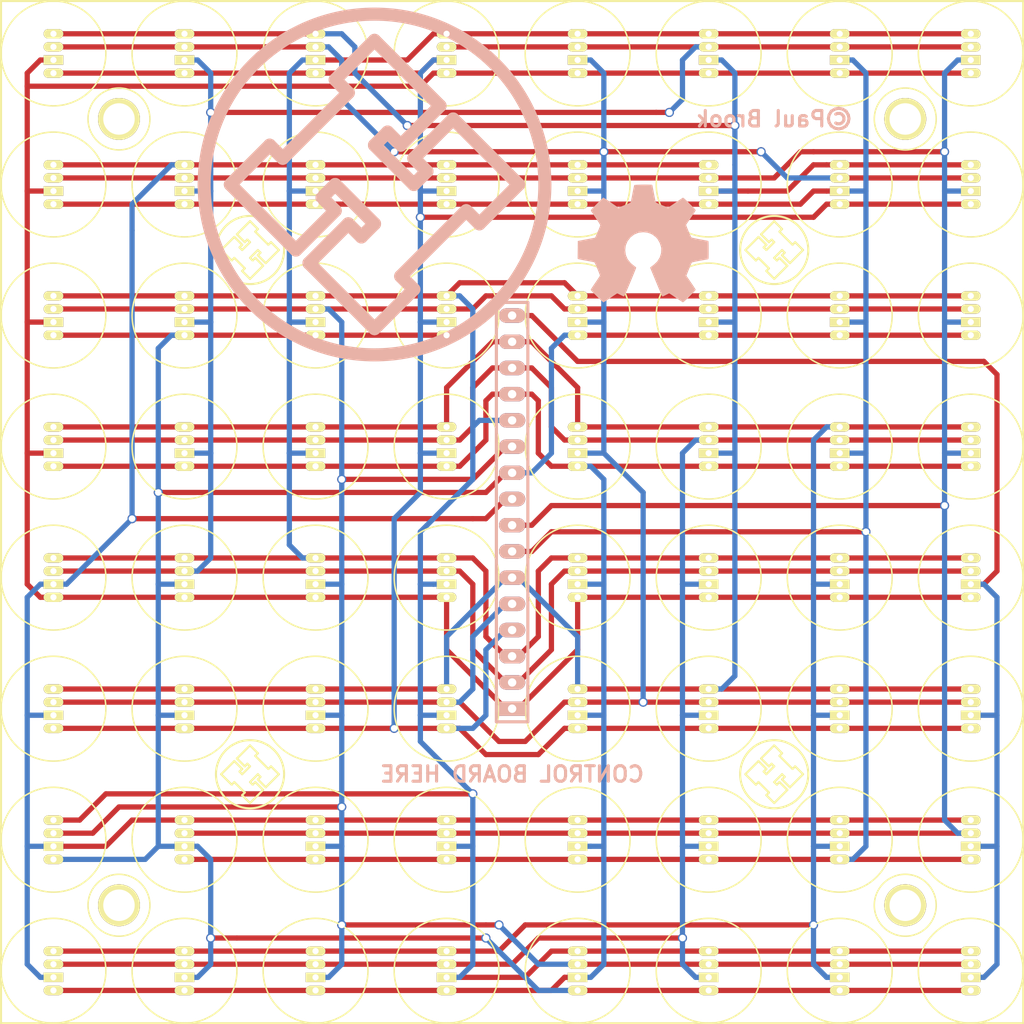
<source format=kicad_pcb>
(kicad_pcb (version 20221018) (generator pcbnew)
  (layers (0 "F.Cu" signal) (31 "B.Cu" signal) (34 "B.Paste" user) (35 "F.Paste" user) (36 "B.SilkS" user) (37 "F.SilkS" user) (38 "B.Mask" user) (39 "F.Mask" user) (44 "Edge.Cuts" user))
  (net 0 "")
  (net 1 "/A")
  (net 2 "/B")
  (net 3 "/C")
  (net 4 "/D")
  (net 5 "/E")
  (net 6 "/F")
  (net 7 "/G")
  (net 8 "/H")
  (net 9 "/J")
  (net 10 "/K")
  (net 11 "/M")
  (net 12 "/N")
  (net 13 "/P")
  (net 14 "/Q")
  (net 15 "/R")
  (net 16 "/S")
  (footprint "RGB_LED_10_S" (layer "F.Cu") (at 31.75 31.75 90)
    (fp_text reference "D1" hide)
    (fp_text value "RGBLED" hide)
  )
  (footprint "RGB_LED_10_S" (layer "F.Cu") (at 31.75 44.45 90)
    (fp_text reference "D2" hide)
    (fp_text value "RGBLED" hide)
  )
  (footprint "RGB_LED_10_S" (layer "F.Cu") (at 31.75 57.15 90)
    (fp_text reference "D3" hide)
    (fp_text value "RGBLED" hide)
  )
  (footprint "RGB_LED_10_S" (layer "F.Cu") (at 31.75 69.85 90)
    (fp_text reference "D4" hide)
    (fp_text value "RGBLED" hide)
  )
  (footprint "RGB_LED_10_S" (layer "F.Cu") (at 31.75 82.55 90)
    (fp_text reference "D5" hide)
    (fp_text value "RGBLED" hide)
  )
  (footprint "RGB_LED_10_S" (layer "F.Cu") (at 31.75 95.25 90)
    (fp_text reference "D6" hide)
    (fp_text value "RGBLED" hide)
  )
  (footprint "RGB_LED_10_S" (layer "F.Cu") (at 31.75 107.95 90)
    (fp_text reference "D7" hide)
    (fp_text value "RGBLED" hide)
  )
  (footprint "RGB_LED_10_S" (layer "F.Cu") (at 31.75 120.65 90)
    (fp_text reference "D8" hide)
    (fp_text value "RGBLED" hide)
  )
  (footprint "RGB_LED_10_S" (layer "F.Cu") (at 44.45 31.75 90)
    (fp_text reference "D9" hide)
    (fp_text value "RGBLED" hide)
  )
  (footprint "RGB_LED_10_S" (layer "F.Cu") (at 44.45 44.45 90)
    (fp_text reference "D10" hide)
    (fp_text value "RGBLED" hide)
  )
  (footprint "RGB_LED_10_S" (layer "F.Cu") (at 44.45 57.15 90)
    (fp_text reference "D11" hide)
    (fp_text value "RGBLED" hide)
  )
  (footprint "RGB_LED_10_S" (layer "F.Cu") (at 44.45 69.85 90)
    (fp_text reference "D12" hide)
    (fp_text value "RGBLED" hide)
  )
  (footprint "RGB_LED_10_S" (layer "F.Cu") (at 44.45 82.55 90)
    (fp_text reference "D13" hide)
    (fp_text value "RGBLED" hide)
  )
  (footprint "RGB_LED_10_S" (layer "F.Cu") (at 44.45 95.25 90)
    (fp_text reference "D14" hide)
    (fp_text value "RGBLED" hide)
  )
  (footprint "RGB_LED_10_S" (layer "F.Cu") (at 44.45 107.95 90)
    (fp_text reference "D15" hide)
    (fp_text value "RGBLED" hide)
  )
  (footprint "RGB_LED_10_S" (layer "F.Cu") (at 82.55 31.75 90)
    (fp_text reference "D33" hide)
    (fp_text value "RGBLED" hide)
  )
  (footprint "RGB_LED_10_S" (layer "F.Cu") (at 107.95 31.75 90)
    (fp_text reference "D49" hide)
    (fp_text value "RGBLED" hide)
  )
  (footprint "RGB_LED_10_S" (layer "F.Cu") (at 107.95 44.45 90)
    (fp_text reference "D50" hide)
    (fp_text value "RGBLED" hide)
  )
  (footprint "RGB_LED_10_S" (layer "F.Cu") (at 107.95 57.15 90)
    (fp_text reference "D51" hide)
    (fp_text value "RGBLED" hide)
  )
  (footprint "RGB_LED_10_S" (layer "F.Cu") (at 107.95 69.85 90)
    (fp_text reference "D52" hide)
    (fp_text value "RGBLED" hide)
  )
  (footprint "RGB_LED_10_S" (layer "F.Cu") (at 107.95 82.55 90)
    (fp_text reference "D53" hide)
    (fp_text value "RGBLED" hide)
  )
  (footprint "RGB_LED_10_S" (layer "F.Cu") (at 44.45 120.65 90)
    (fp_text reference "D16" hide)
    (fp_text value "RGBLED" hide)
  )
  (footprint "RGB_LED_10_S" (layer "F.Cu") (at 57.15 31.75 90)
    (fp_text reference "D17" hide)
    (fp_text value "RGBLED" hide)
  )
  (footprint "RGB_LED_10_S" (layer "F.Cu") (at 57.15 44.45 90)
    (fp_text reference "D18" hide)
    (fp_text value "RGBLED" hide)
  )
  (footprint "RGB_LED_10_S" (layer "F.Cu") (at 57.15 57.15 90)
    (fp_text reference "D19" hide)
    (fp_text value "RGBLED" hide)
  )
  (footprint "RGB_LED_10_S" (layer "F.Cu") (at 69.85 31.75 90)
    (fp_text reference "D25" hide)
    (fp_text value "RGBLED" hide)
  )
  (footprint "RGB_LED_10_S" (layer "F.Cu") (at 69.85 44.45 90)
    (fp_text reference "D26" hide)
    (fp_text value "RGBLED" hide)
  )
  (footprint "RGB_LED_10_S" (layer "F.Cu") (at 69.85 57.15 90)
    (fp_text reference "D27" hide)
    (fp_text value "RGBLED" hide)
  )
  (footprint "RGB_LED_10_S" (layer "F.Cu") (at 120.65 82.55 90)
    (fp_text reference "D61" hide)
    (fp_text value "RGBLED" hide)
  )
  (footprint "RGB_LED_10_S" (layer "F.Cu") (at 82.55 44.45 90)
    (fp_text reference "D34" hide)
    (fp_text value "RGBLED" hide)
  )
  (footprint "RGB_LED_10_S" (layer "F.Cu") (at 82.55 57.15 90)
    (fp_text reference "D35" hide)
    (fp_text value "RGBLED" hide)
  )
  (footprint "RGB_LED_10_S" (layer "F.Cu") (at 95.25 95.25 90)
    (fp_text reference "D46" hide)
    (fp_text value "RGBLED" hide)
  )
  (footprint "RGB_LED_10_S" (layer "F.Cu") (at 95.25 107.95 90)
    (fp_text reference "D47" hide)
    (fp_text value "RGBLED" hide)
  )
  (footprint "RGB_LED_10_S" (layer "F.Cu") (at 95.25 120.65 90)
    (fp_text reference "D48" hide)
    (fp_text value "RGBLED" hide)
  )
  (footprint "RGB_LED_10_S" (layer "F.Cu") (at 107.95 95.25 90)
    (fp_text reference "D54" hide)
    (fp_text value "RGBLED" hide)
  )
  (footprint "RGB_LED_10_S" (layer "F.Cu") (at 107.95 107.95 90)
    (fp_text reference "D55" hide)
    (fp_text value "RGBLED" hide)
  )
  (footprint "RGB_LED_10_S" (layer "F.Cu") (at 107.95 120.65 90)
    (fp_text reference "D56" hide)
    (fp_text value "RGBLED" hide)
  )
  (footprint "RGB_LED_10_S" (layer "F.Cu") (at 120.65 95.25 90)
    (fp_text reference "D62" hide)
    (fp_text value "RGBLED" hide)
  )
  (footprint "RGB_LED_10_S" (layer "F.Cu") (at 120.65 107.95 90)
    (fp_text reference "D63" hide)
    (fp_text value "RGBLED" hide)
  )
  (footprint "RGB_LED_10_S" (layer "F.Cu") (at 120.65 120.65 90)
    (fp_text reference "D64" hide)
    (fp_text value "RGBLED" hide)
  )
  (footprint "RGB_LED_10_S" (layer "F.Cu") (at 82.55 95.25 90)
    (fp_text reference "D38" hide)
    (fp_text value "RGBLED" hide)
  )
  (footprint "RGB_LED_10_S" (layer "F.Cu") (at 57.15 82.55 90)
    (fp_text reference "D21" hide)
    (fp_text value "RGBLED" hide)
  )
  (footprint "RGB_LED_10_S" (layer "F.Cu") (at 57.15 95.25 90)
    (fp_text reference "D22" hide)
    (fp_text value "RGBLED" hide)
  )
  (footprint "RGB_LED_10_S" (layer "F.Cu") (at 57.15 107.95 90)
    (fp_text reference "D23" hide)
    (fp_text value "RGBLED" hide)
  )
  (footprint "RGB_LED_10_S" (layer "F.Cu") (at 57.15 120.65 90)
    (fp_text reference "D24" hide)
    (fp_text value "RGBLED" hide)
  )
  (footprint "RGB_LED_10_S" (layer "F.Cu") (at 69.85 69.85 90)
    (fp_text reference "D28" hide)
    (fp_text value "RGBLED" hide)
  )
  (footprint "RGB_LED_10_S" (layer "F.Cu") (at 69.85 82.55 90)
    (fp_text reference "D29" hide)
    (fp_text value "RGBLED" hide)
  )
  (footprint "RGB_LED_10_S" (layer "F.Cu") (at 69.85 95.25 90)
    (fp_text reference "D30" hide)
    (fp_text value "RGBLED" hide)
  )
  (footprint "RGB_LED_10_S" (layer "F.Cu") (at 69.85 107.95 90)
    (fp_text reference "D31" hide)
    (fp_text value "RGBLED" hide)
  )
  (footprint "RGB_LED_10_S" (layer "F.Cu") (at 69.85 120.65 90)
    (fp_text reference "D32" hide)
    (fp_text value "RGBLED" hide)
  )
  (footprint "RGB_LED_10_S" (layer "F.Cu") (at 82.55 69.85 90)
    (fp_text reference "D36" hide)
    (fp_text value "RGBLED" hide)
  )
  (footprint "RGB_LED_10_S" (layer "F.Cu") (at 82.55 82.55 90)
    (fp_text reference "D37" hide)
    (fp_text value "RGBLED" hide)
  )
  (footprint "RGB_LED_10_S" (layer "F.Cu") (at 57.15 69.85 90)
    (fp_text reference "D20" hide)
    (fp_text value "RGBLED" hide)
  )
  (footprint "RGB_LED_10_S" (layer "F.Cu") (at 82.55 107.95 90)
    (fp_text reference "D39" hide)
    (fp_text value "RGBLED" hide)
  )
  (footprint "RGB_LED_10_S" (layer "F.Cu") (at 82.55 120.65 90)
    (fp_text reference "D40" hide)
    (fp_text value "RGBLED" hide)
  )
  (footprint "RGB_LED_10_S" (layer "F.Cu") (at 95.25 31.75 90)
    (fp_text reference "D41" hide)
    (fp_text value "RGBLED" hide)
  )
  (footprint "RGB_LED_10_S" (layer "F.Cu") (at 95.25 44.45 90)
    (fp_text reference "D42" hide)
    (fp_text value "RGBLED" hide)
  )
  (footprint "RGB_LED_10_S" (layer "F.Cu") (at 95.25 57.15 90)
    (fp_text reference "D43" hide)
    (fp_text value "RGBLED" hide)
  )
  (footprint "RGB_LED_10_S" (layer "F.Cu") (at 95.25 69.85 90)
    (fp_text reference "D44" hide)
    (fp_text value "RGBLED" hide)
  )
  (footprint "RGB_LED_10_S" (layer "F.Cu") (at 95.25 82.55 90)
    (fp_text reference "D45" hide)
    (fp_text value "RGBLED" hide)
  )
  (footprint "RGB_LED_10_S" (layer "F.Cu") (at 120.65 31.75 90)
    (fp_text reference "D57" hide)
    (fp_text value "RGBLED" hide)
  )
  (footprint "RGB_LED_10_S" (layer "F.Cu") (at 120.65 44.45 90)
    (fp_text reference "D58" hide)
    (fp_text value "RGBLED" hide)
  )
  (footprint "RGB_LED_10_S" (layer "F.Cu") (at 120.65 57.15 90)
    (fp_text reference "D59" hide)
    (fp_text value "RGBLED" hide)
  )
  (footprint "RGB_LED_10_S" (layer "F.Cu") (at 120.65 69.85 90)
    (fp_text reference "D60" hide)
    (fp_text value "RGBLED" hide)
  )
  (footprint "HOLE3" (layer "F.Cu") (at 114.3 113.665 -90)
    (fp_text reference "P2" hide)
    (fp_text value "CONN_1" hide)
  )
  (footprint "HOLE3" (layer "F.Cu") (at 38.1 113.665 -90)
    (fp_text reference "P3" hide)
    (fp_text value "CONN_1" hide)
  )
  (footprint "HOLE3" (layer "F.Cu") (at 114.3 37.465 -90)
    (fp_text reference "P4" hide)
    (fp_text value "CONN_1" hide)
  )
  (footprint "HOLE3" (layer "F.Cu") (at 38.1 37.465)
    (fp_text reference "P5" hide)
    (fp_text value "CONN_1" hide)
  )
  (footprint "LOGO_SMALL" (layer "F.Cu") (at 101.6 100.965)
    (fp_text reference "LOGO_SMALL3" hide)
    (fp_text value "LOGO_S3" hide)
  )
  (footprint "LOGO_SMALL" (layer "F.Cu") (at 50.8 100.965)
    (fp_text reference "LOGO_SMALL2" hide)
    (fp_text value "LOGO_S2" hide)
  )
  (footprint "LOGO_SMALL" (layer "F.Cu") (at 50.8 50.165)
    (fp_text reference "LOGO_SMALL1" hide)
    (fp_text value "LOGO_S1" hide)
  )
  (footprint "LOGO_SMALL" (layer "F.Cu") (at 101.6 50.165)
    (fp_text reference "LOGO_SMALL4" hide)
    (fp_text value "LOGO_S4" hide)
  )
  (footprint "SIL-16-ELL" (layer "B.Cu") (at 76.2 75.565 90)
    (fp_text reference "P1" hide)
    (fp_text value "CONN_16" hide)
  )
  (footprint "HACKSPACE_LOGO" (layer "B.Cu") (at 62.865 43.815)
    (fp_text reference "HACKSPACE_LOGO" hide)
    (fp_text value "VAL**" hide)
  )
  (footprint "OSHW_LOGO" (layer "B.Cu") (at 88.9 49.53)
    (fp_text reference "G***" hide)
    (fp_text value "OSHW_LOGO" hide)
  )
  (gr_line (start 125.73 125.095) (end 26.67 125.095) (stroke (width 0.2)) (layer "F.SilkS"))
  (gr_line (start 26.67 26.035) (end 125.73 26.035) (stroke (width 0.2)) (layer "F.SilkS"))
  (gr_line (start 125.73 26.035) (end 125.73 125.095) (stroke (width 0.2)) (layer "F.SilkS"))
  (gr_line (start 26.67 125.095) (end 26.67 26.035) (stroke (width 0.2)) (layer "F.SilkS"))
  (gr_text "©Paul Brook" (at 101.6 37.465) (layer "B.SilkS") (effects (font (size 1.5 1.5) (thickness 0.3)) (justify mirror)))
  (gr_text "CONTROL BOARD HERE" (at 76.2 100.965) (layer "B.SilkS") (effects (font (size 1.5 1.5) (thickness 0.3)) (justify mirror)))
  (segment (start 82.55 33.02) (end 95.25 33.02) (width 0.508) (layer "F.Cu") (net 1))
  (segment (start 95.25 33.02) (end 107.95 33.02) (width 0.508) (layer "F.Cu") (net 1))
  (segment (start 107.95 33.02) (end 120.65 33.02) (width 0.508) (layer "F.Cu") (net 1))
  (segment (start 107.95 83.82) (end 95.25 83.82) (width 0.508) (layer "F.Cu") (net 1))
  (segment (start 95.25 83.82) (end 82.55 83.82) (width 0.508) (layer "F.Cu") (net 1))
  (segment (start 57.15 83.82) (end 44.45 83.82) (width 0.508) (layer "F.Cu") (net 1))
  (segment (start 44.45 83.82) (end 31.75 83.82) (width 0.508) (layer "F.Cu") (net 1))
  (segment (start 30.48 31.75) (end 29.21 33.02) (width 0.508) (layer "F.Cu") (net 1))
  (segment (start 29.21 33.02) (end 29.21 34.29) (width 0.508) (layer "F.Cu") (net 1))
  (segment (start 29.21 82.55) (end 30.48 83.82) (width 0.508) (layer "F.Cu") (net 1))
  (segment (start 30.48 83.82) (end 31.75 83.82) (width 0.508) (layer "F.Cu") (net 1))
  (segment (start 29.21 69.85) (end 29.21 82.55) (width 0.508) (layer "F.Cu") (net 1))
  (segment (start 29.21 57.15) (end 29.21 69.85) (width 0.508) (layer "F.Cu") (net 1))
  (segment (start 29.21 44.45) (end 29.21 57.15) (width 0.508) (layer "F.Cu") (net 1))
  (segment (start 29.21 34.29) (end 29.21 44.45) (width 0.508) (layer "F.Cu") (net 1))
  (segment (start 68.58 33.02) (end 69.85 33.02) (width 0.508) (layer "F.Cu") (net 1))
  (segment (start 75.565 94.615) (end 71.12 90.17) (width 0.508) (layer "F.Cu") (net 1))
  (segment (start 76.835 94.615) (end 81.28 90.17) (width 0.508) (layer "F.Cu") (net 1))
  (segment (start 69.85 88.9) (end 71.12 90.17) (width 0.508) (layer "F.Cu") (net 1))
  (segment (start 82.55 88.9) (end 81.28 90.17) (width 0.508) (layer "F.Cu") (net 1))
  (segment (start 76.2 94.615) (end 76.835 94.615) (width 0.508) (layer "F.Cu") (net 1))
  (segment (start 31.75 31.75) (end 30.48 31.75) (width 0.508) (layer "F.Cu") (net 1))
  (segment (start 120.65 83.82) (end 107.95 83.82) (width 0.508) (layer "F.Cu") (net 1))
  (segment (start 31.75 44.45) (end 29.21 44.45) (width 0.508) (layer "F.Cu") (net 1))
  (segment (start 31.75 69.85) (end 29.21 69.85) (width 0.508) (layer "F.Cu") (net 1))
  (segment (start 76.2 94.615) (end 75.565 94.615) (width 0.508) (layer "F.Cu") (net 1))
  (segment (start 69.85 33.02) (end 82.55 33.02) (width 0.508) (layer "F.Cu") (net 1))
  (segment (start 82.55 83.82) (end 82.55 88.9) (width 0.508) (layer "F.Cu") (net 1))
  (segment (start 67.31 34.29) (end 68.58 33.02) (width 0.508) (layer "F.Cu") (net 1))
  (segment (start 31.75 57.15) (end 29.21 57.15) (width 0.508) (layer "F.Cu") (net 1))
  (segment (start 69.85 83.82) (end 57.15 83.82) (width 0.508) (layer "F.Cu") (net 1))
  (segment (start 69.85 83.82) (end 69.85 88.9) (width 0.508) (layer "F.Cu") (net 1))
  (segment (start 29.21 34.29) (end 67.31 34.29) (width 0.508) (layer "F.Cu") (net 1))
  (segment (start 107.95 30.48) (end 95.25 30.48) (width 0.508) (layer "F.Cu") (net 2))
  (segment (start 95.25 30.48) (end 82.55 30.48) (width 0.508) (layer "F.Cu") (net 2))
  (segment (start 82.55 30.48) (end 69.85 30.48) (width 0.508) (layer "F.Cu") (net 2))
  (segment (start 107.95 81.28) (end 95.25 81.28) (width 0.508) (layer "F.Cu") (net 2))
  (segment (start 95.25 81.28) (end 82.55 81.28) (width 0.508) (layer "F.Cu") (net 2))
  (segment (start 57.15 81.28) (end 44.45 81.28) (width 0.508) (layer "F.Cu") (net 2))
  (segment (start 44.45 81.28) (end 31.75 81.28) (width 0.508) (layer "F.Cu") (net 2))
  (segment (start 72.39 82.55) (end 71.12 81.28) (width 0.508) (layer "F.Cu") (net 2))
  (segment (start 71.12 81.28) (end 69.85 81.28) (width 0.508) (layer "F.Cu") (net 2))
  (segment (start 75.565 92.075) (end 72.39 88.9) (width 0.508) (layer "F.Cu") (net 2))
  (segment (start 72.39 88.9) (end 72.39 82.55) (width 0.508) (layer "F.Cu") (net 2))
  (segment (start 76.835 92.075) (end 80.01 88.9) (width 0.508) (layer "F.Cu") (net 2))
  (segment (start 80.01 88.9) (end 80.01 82.55) (width 0.508) (layer "F.Cu") (net 2))
  (segment (start 80.01 82.55) (end 81.28 81.28) (width 0.508) (layer "F.Cu") (net 2))
  (segment (start 81.28 81.28) (end 82.55 81.28) (width 0.508) (layer "F.Cu") (net 2))
  (segment (start 91.44 36.83) (end 90.17 36.83) (width 0.508) (layer "F.Cu") (net 2))
  (segment (start 90.17 36.83) (end 46.99 36.83) (width 0.508) (layer "F.Cu") (net 2))
  (segment (start 120.65 81.28) (end 107.95 81.28) (width 0.508) (layer "F.Cu") (net 2))
  (segment (start 120.65 30.48) (end 107.95 30.48) (width 0.508) (layer "F.Cu") (net 2))
  (segment (start 76.2 92.075) (end 76.835 92.075) (width 0.508) (layer "F.Cu") (net 2))
  (segment (start 69.85 81.28) (end 57.15 81.28) (width 0.508) (layer "F.Cu") (net 2))
  (segment (start 76.2 92.075) (end 75.565 92.075) (width 0.508) (layer "F.Cu") (net 2))
  (via (at 91.44 36.83) (size 0.889) (drill 0.635) (layers "F.Cu" "B.Cu") (net 2))
  (via (at 46.99 36.83) (size 0.889) (drill 0.635) (layers "F.Cu" "B.Cu") (net 2))
  (segment (start 45.72 31.75) (end 46.99 33.02) (width 0.508) (layer "B.Cu") (net 2))
  (segment (start 46.99 33.02) (end 46.99 36.83) (width 0.508) (layer "B.Cu") (net 2))
  (segment (start 46.99 80.01) (end 45.72 81.28) (width 0.508) (layer "B.Cu") (net 2))
  (segment (start 45.72 81.28) (end 44.45 81.28) (width 0.508) (layer "B.Cu") (net 2))
  (segment (start 46.99 69.85) (end 46.99 80.01) (width 0.508) (layer "B.Cu") (net 2))
  (segment (start 46.99 57.15) (end 46.99 69.85) (width 0.508) (layer "B.Cu") (net 2))
  (segment (start 46.99 44.45) (end 46.99 57.15) (width 0.508) (layer "B.Cu") (net 2))
  (segment (start 46.99 36.83) (end 46.99 44.45) (width 0.508) (layer "B.Cu") (net 2))
  (segment (start 92.71 31.75) (end 93.98 30.48) (width 0.508) (layer "B.Cu") (net 2))
  (segment (start 95.25 30.48) (end 93.98 30.48) (width 0.508) (layer "B.Cu") (net 2))
  (segment (start 92.71 35.56) (end 92.71 31.75) (width 0.508) (layer "B.Cu") (net 2))
  (segment (start 44.45 44.45) (end 46.99 44.45) (width 0.508) (layer "B.Cu") (net 2))
  (segment (start 46.99 57.15) (end 44.45 57.15) (width 0.508) (layer "B.Cu") (net 2))
  (segment (start 44.45 69.85) (end 46.99 69.85) (width 0.508) (layer "B.Cu") (net 2))
  (segment (start 92.71 35.56) (end 91.44 36.83) (width 0.508) (layer "B.Cu") (net 2))
  (segment (start 44.45 31.75) (end 45.72 31.75) (width 0.508) (layer "B.Cu") (net 2))
  (segment (start 82.55 29.21) (end 95.25 29.21) (width 0.508) (layer "F.Cu") (net 3))
  (segment (start 95.25 29.21) (end 107.95 29.21) (width 0.508) (layer "F.Cu") (net 3))
  (segment (start 107.95 29.21) (end 120.65 29.21) (width 0.508) (layer "F.Cu") (net 3))
  (segment (start 107.95 80.01) (end 95.25 80.01) (width 0.508) (layer "F.Cu") (net 3))
  (segment (start 95.25 80.01) (end 82.55 80.01) (width 0.508) (layer "F.Cu") (net 3))
  (segment (start 44.45 80.01) (end 31.75 80.01) (width 0.508) (layer "F.Cu") (net 3))
  (segment (start 57.15 80.01) (end 69.85 80.01) (width 0.508) (layer "F.Cu") (net 3))
  (segment (start 66.04 31.75) (end 68.58 29.21) (width 0.508) (layer "F.Cu") (net 3))
  (segment (start 68.58 29.21) (end 69.85 29.21) (width 0.508) (layer "F.Cu") (net 3))
  (segment (start 73.66 81.28) (end 72.39 80.01) (width 0.508) (layer "F.Cu") (net 3))
  (segment (start 72.39 80.01) (end 69.85 80.01) (width 0.508) (layer "F.Cu") (net 3))
  (segment (start 75.565 89.535) (end 73.66 87.63) (width 0.508) (layer "F.Cu") (net 3))
  (segment (start 73.66 87.63) (end 73.66 81.28) (width 0.508) (layer "F.Cu") (net 3))
  (segment (start 76.835 89.535) (end 78.74 87.63) (width 0.508) (layer "F.Cu") (net 3))
  (segment (start 78.74 87.63) (end 78.74 81.28) (width 0.508) (layer "F.Cu") (net 3))
  (segment (start 78.74 81.28) (end 80.01 80.01) (width 0.508) (layer "F.Cu") (net 3))
  (segment (start 80.01 80.01) (end 82.55 80.01) (width 0.508) (layer "F.Cu") (net 3))
  (segment (start 76.2 89.535) (end 76.835 89.535) (width 0.508) (layer "F.Cu") (net 3))
  (segment (start 76.2 89.535) (end 75.565 89.535) (width 0.508) (layer "F.Cu") (net 3))
  (segment (start 44.45 80.01) (end 57.15 80.01) (width 0.508) (layer "F.Cu") (net 3))
  (segment (start 120.65 80.01) (end 107.95 80.01) (width 0.508) (layer "F.Cu") (net 3))
  (segment (start 69.85 29.21) (end 82.55 29.21) (width 0.508) (layer "F.Cu") (net 3))
  (segment (start 57.15 31.75) (end 66.04 31.75) (width 0.508) (layer "F.Cu") (net 3))
  (segment (start 55.88 31.75) (end 54.61 33.02) (width 0.508) (layer "B.Cu") (net 3))
  (segment (start 54.61 33.02) (end 54.61 44.45) (width 0.508) (layer "B.Cu") (net 3))
  (segment (start 54.61 78.74) (end 55.88 80.01) (width 0.508) (layer "B.Cu") (net 3))
  (segment (start 55.88 80.01) (end 57.15 80.01) (width 0.508) (layer "B.Cu") (net 3))
  (segment (start 54.61 69.85) (end 54.61 78.74) (width 0.508) (layer "B.Cu") (net 3))
  (segment (start 54.61 57.15) (end 54.61 69.85) (width 0.508) (layer "B.Cu") (net 3))
  (segment (start 54.61 44.45) (end 54.61 57.15) (width 0.508) (layer "B.Cu") (net 3))
  (segment (start 57.15 57.15) (end 54.61 57.15) (width 0.508) (layer "B.Cu") (net 3))
  (segment (start 57.15 44.45) (end 54.61 44.45) (width 0.508) (layer "B.Cu") (net 3))
  (segment (start 57.15 31.75) (end 55.88 31.75) (width 0.508) (layer "B.Cu") (net 3))
  (segment (start 57.15 69.85) (end 54.61 69.85) (width 0.508) (layer "B.Cu") (net 3))
  (segment (start 44.45 33.02) (end 31.75 33.02) (width 0.508) (layer "F.Cu") (net 4))
  (segment (start 107.95 96.52) (end 95.25 96.52) (width 0.508) (layer "F.Cu") (net 4))
  (segment (start 95.25 96.52) (end 82.55 96.52) (width 0.508) (layer "F.Cu") (net 4))
  (segment (start 57.15 96.52) (end 44.45 96.52) (width 0.508) (layer "F.Cu") (net 4))
  (segment (start 44.45 96.52) (end 31.75 96.52) (width 0.508) (layer "F.Cu") (net 4))
  (segment (start 68.58 31.75) (end 67.31 33.02) (width 0.508) (layer "F.Cu") (net 4))
  (segment (start 67.31 33.02) (end 57.15 33.02) (width 0.508) (layer "F.Cu") (net 4))
  (segment (start 64.77 96.52) (end 57.15 96.52) (width 0.508) (layer "F.Cu") (net 4))
  (segment (start 71.12 96.52) (end 73.66 99.06) (width 0.508) (layer "F.Cu") (net 4))
  (segment (start 73.66 99.06) (end 78.74 99.06) (width 0.508) (layer "F.Cu") (net 4))
  (segment (start 78.74 99.06) (end 81.28 96.52) (width 0.508) (layer "F.Cu") (net 4))
  (segment (start 81.28 96.52) (end 82.55 96.52) (width 0.508) (layer "F.Cu") (net 4))
  (segment (start 106.68 45.72) (end 105.41 46.99) (width 0.508) (layer "F.Cu") (net 4))
  (segment (start 105.41 46.99) (end 67.31 46.99) (width 0.508) (layer "F.Cu") (net 4))
  (segment (start 57.15 33.02) (end 44.45 33.02) (width 0.508) (layer "F.Cu") (net 4))
  (segment (start 120.65 96.52) (end 107.95 96.52) (width 0.508) (layer "F.Cu") (net 4))
  (segment (start 120.65 45.72) (end 107.95 45.72) (width 0.508) (layer "F.Cu") (net 4))
  (segment (start 69.85 31.75) (end 68.58 31.75) (width 0.508) (layer "F.Cu") (net 4))
  (segment (start 69.85 96.52) (end 64.77 96.52) (width 0.508) (layer "F.Cu") (net 4))
  (segment (start 69.85 96.52) (end 71.12 96.52) (width 0.508) (layer "F.Cu") (net 4))
  (segment (start 107.95 45.72) (end 106.68 45.72) (width 0.508) (layer "F.Cu") (net 4))
  (via (at 67.31 46.99) (size 0.889) (drill 0.635) (layers "F.Cu" "B.Cu") (net 4))
  (via (at 64.77 96.52) (size 0.889) (drill 0.635) (layers "F.Cu" "B.Cu") (net 4))
  (segment (start 68.58 31.75) (end 67.31 33.02) (width 0.508) (layer "B.Cu") (net 4))
  (segment (start 67.31 33.02) (end 67.31 44.45) (width 0.508) (layer "B.Cu") (net 4))
  (segment (start 67.31 69.85) (end 67.31 73.66) (width 0.508) (layer "B.Cu") (net 4))
  (segment (start 67.31 57.15) (end 67.31 69.85) (width 0.508) (layer "B.Cu") (net 4))
  (segment (start 67.31 44.45) (end 67.31 46.99) (width 0.508) (layer "B.Cu") (net 4))
  (segment (start 64.77 76.2) (end 64.77 96.52) (width 0.508) (layer "B.Cu") (net 4))
  (segment (start 75.565 86.995) (end 73.66 88.9) (width 0.508) (layer "B.Cu") (net 4))
  (segment (start 73.66 88.9) (end 73.66 95.25) (width 0.508) (layer "B.Cu") (net 4))
  (segment (start 73.66 95.25) (end 72.39 96.52) (width 0.508) (layer "B.Cu") (net 4))
  (segment (start 72.39 96.52) (end 69.85 96.52) (width 0.508) (layer "B.Cu") (net 4))
  (segment (start 67.31 46.99) (end 67.31 57.15) (width 0.508) (layer "B.Cu") (net 4))
  (segment (start 69.85 44.45) (end 67.31 44.45) (width 0.508) (layer "B.Cu") (net 4))
  (segment (start 69.85 31.75) (end 68.58 31.75) (width 0.508) (layer "B.Cu") (net 4))
  (segment (start 67.31 73.66) (end 64.77 76.2) (width 0.508) (layer "B.Cu") (net 4))
  (segment (start 76.2 86.995) (end 75.565 86.995) (width 0.508) (layer "B.Cu") (net 4))
  (segment (start 69.85 57.15) (end 67.31 57.15) (width 0.508) (layer "B.Cu") (net 4))
  (segment (start 69.85 69.85) (end 67.31 69.85) (width 0.508) (layer "B.Cu") (net 4))
  (segment (start 44.45 30.48) (end 57.15 30.48) (width 0.508) (layer "F.Cu") (net 5))
  (segment (start 107.95 93.98) (end 95.25 93.98) (width 0.508) (layer "F.Cu") (net 5))
  (segment (start 95.25 93.98) (end 88.9 93.98) (width 0.508) (layer "F.Cu") (net 5))
  (segment (start 57.15 93.98) (end 44.45 93.98) (width 0.508) (layer "F.Cu") (net 5))
  (segment (start 44.45 93.98) (end 31.75 93.98) (width 0.508) (layer "F.Cu") (net 5))
  (segment (start 88.9 93.98) (end 82.55 93.98) (width 0.508) (layer "F.Cu") (net 5))
  (segment (start 81.28 93.98) (end 77.47 97.79) (width 0.508) (layer "F.Cu") (net 5))
  (segment (start 77.47 97.79) (end 74.93 97.79) (width 0.508) (layer "F.Cu") (net 5))
  (segment (start 74.93 97.79) (end 71.12 93.98) (width 0.508) (layer "F.Cu") (net 5))
  (segment (start 71.12 93.98) (end 69.85 93.98) (width 0.508) (layer "F.Cu") (net 5))
  (segment (start 100.33 40.64) (end 85.09 40.64) (width 0.508) (layer "F.Cu") (net 5))
  (segment (start 69.85 93.98) (end 57.15 93.98) (width 0.508) (layer "F.Cu") (net 5))
  (segment (start 82.55 93.98) (end 81.28 93.98) (width 0.508) (layer "F.Cu") (net 5))
  (segment (start 85.09 40.64) (end 66.04 40.64) (width 0.508) (layer "F.Cu") (net 5))
  (segment (start 66.04 40.64) (end 64.77 40.64) (width 0.508) (layer "F.Cu") (net 5))
  (segment (start 31.75 30.48) (end 44.45 30.48) (width 0.508) (layer "F.Cu") (net 5))
  (segment (start 120.65 43.18) (end 107.95 43.18) (width 0.508) (layer "F.Cu") (net 5))
  (segment (start 120.65 93.98) (end 107.95 93.98) (width 0.508) (layer "F.Cu") (net 5))
  (via (at 85.09 40.64) (size 0.889) (drill 0.635) (layers "F.Cu" "B.Cu") (net 5))
  (via (at 88.9 93.98) (size 0.889) (drill 0.635) (layers "F.Cu" "B.Cu") (net 5))
  (via (at 100.33 40.64) (size 0.889) (drill 0.635) (layers "F.Cu" "B.Cu") (net 5))
  (via (at 64.77 40.64) (size 0.889) (drill 0.635) (layers "F.Cu" "B.Cu") (net 5))
  (segment (start 83.82 31.75) (end 85.09 33.02) (width 0.508) (layer "B.Cu") (net 5))
  (segment (start 85.09 33.02) (end 85.09 40.64) (width 0.508) (layer "B.Cu") (net 5))
  (segment (start 85.09 57.15) (end 85.09 69.85) (width 0.508) (layer "B.Cu") (net 5))
  (segment (start 85.09 44.45) (end 85.09 57.15) (width 0.508) (layer "B.Cu") (net 5))
  (segment (start 72.39 92.71) (end 71.12 93.98) (width 0.508) (layer "B.Cu") (net 5))
  (segment (start 71.12 93.98) (end 69.85 93.98) (width 0.508) (layer "B.Cu") (net 5))
  (segment (start 75.565 84.455) (end 72.39 87.63) (width 0.508) (layer "B.Cu") (net 5))
  (segment (start 72.39 87.63) (end 72.39 92.71) (width 0.508) (layer "B.Cu") (net 5))
  (segment (start 88.9 73.66) (end 88.9 93.98) (width 0.508) (layer "B.Cu") (net 5))
  (segment (start 85.09 40.64) (end 85.09 44.45) (width 0.508) (layer "B.Cu") (net 5))
  (segment (start 102.87 43.18) (end 100.33 40.64) (width 0.508) (layer "B.Cu") (net 5))
  (segment (start 59.69 31.75) (end 58.42 30.48) (width 0.508) (layer "B.Cu") (net 5))
  (segment (start 58.42 30.48) (end 57.15 30.48) (width 0.508) (layer "B.Cu") (net 5))
  (segment (start 59.69 34.29) (end 59.69 31.75) (width 0.508) (layer "B.Cu") (net 5))
  (segment (start 64.77 40.64) (end 59.69 35.56) (width 0.508) (layer "B.Cu") (net 5))
  (segment (start 59.69 35.56) (end 59.69 34.29) (width 0.508) (layer "B.Cu") (net 5))
  (segment (start 82.55 57.15) (end 85.09 57.15) (width 0.508) (layer "B.Cu") (net 5))
  (segment (start 107.95 43.18) (end 102.87 43.18) (width 0.508) (layer "B.Cu") (net 5))
  (segment (start 82.55 44.45) (end 85.09 44.45) (width 0.508) (layer "B.Cu") (net 5))
  (segment (start 82.55 31.75) (end 83.82 31.75) (width 0.508) (layer "B.Cu") (net 5))
  (segment (start 82.55 69.85) (end 85.09 69.85) (width 0.508) (layer "B.Cu") (net 5))
  (segment (start 85.09 69.85) (end 88.9 73.66) (width 0.508) (layer "B.Cu") (net 5))
  (segment (start 76.2 84.455) (end 75.565 84.455) (width 0.508) (layer "B.Cu") (net 5))
  (segment (start 44.45 29.21) (end 57.15 29.21) (width 0.508) (layer "F.Cu") (net 6))
  (segment (start 107.95 92.71) (end 96.52 92.71) (width 0.508) (layer "F.Cu") (net 6))
  (segment (start 96.52 92.71) (end 95.25 92.71) (width 0.508) (layer "F.Cu") (net 6))
  (segment (start 95.25 92.71) (end 82.55 92.71) (width 0.508) (layer "F.Cu") (net 6))
  (segment (start 57.15 92.71) (end 44.45 92.71) (width 0.508) (layer "F.Cu") (net 6))
  (segment (start 44.45 92.71) (end 31.75 92.71) (width 0.508) (layer "F.Cu") (net 6))
  (segment (start 106.68 41.91) (end 107.95 41.91) (width 0.508) (layer "F.Cu") (net 6))
  (segment (start 105.41 41.91) (end 102.87 44.45) (width 0.508) (layer "F.Cu") (net 6))
  (segment (start 66.04 38.1) (end 97.79 38.1) (width 0.508) (layer "F.Cu") (net 6))
  (segment (start 120.65 92.71) (end 107.95 92.71) (width 0.508) (layer "F.Cu") (net 6))
  (segment (start 31.75 29.21) (end 44.45 29.21) (width 0.508) (layer "F.Cu") (net 6))
  (segment (start 120.65 41.91) (end 107.95 41.91) (width 0.508) (layer "F.Cu") (net 6))
  (segment (start 69.85 92.71) (end 57.15 92.71) (width 0.508) (layer "F.Cu") (net 6))
  (segment (start 95.25 44.45) (end 99.06 44.45) (width 0.508) (layer "F.Cu") (net 6))
  (segment (start 99.06 44.45) (end 102.87 44.45) (width 0.508) (layer "F.Cu") (net 6))
  (segment (start 106.68 41.91) (end 105.41 41.91) (width 0.508) (layer "F.Cu") (net 6))
  (via (at 66.04 38.1) (size 0.889) (drill 0.635) (layers "F.Cu" "B.Cu") (net 6))
  (via (at 97.79 38.1) (size 0.889) (drill 0.635) (layers "F.Cu" "B.Cu") (net 6))
  (segment (start 96.52 31.75) (end 97.79 33.02) (width 0.508) (layer "B.Cu") (net 6))
  (segment (start 97.79 33.02) (end 97.79 38.1) (width 0.508) (layer "B.Cu") (net 6))
  (segment (start 97.79 91.44) (end 96.52 92.71) (width 0.508) (layer "B.Cu") (net 6))
  (segment (start 96.52 92.71) (end 95.25 92.71) (width 0.508) (layer "B.Cu") (net 6))
  (segment (start 97.79 69.85) (end 97.79 91.44) (width 0.508) (layer "B.Cu") (net 6))
  (segment (start 97.79 57.15) (end 97.79 69.85) (width 0.508) (layer "B.Cu") (net 6))
  (segment (start 97.79 44.45) (end 97.79 57.15) (width 0.508) (layer "B.Cu") (net 6))
  (segment (start 97.79 41.91) (end 97.79 44.45) (width 0.508) (layer "B.Cu") (net 6))
  (segment (start 75.565 81.915) (end 71.12 86.36) (width 0.508) (layer "B.Cu") (net 6))
  (segment (start 69.85 87.63) (end 71.12 86.36) (width 0.508) (layer "B.Cu") (net 6))
  (segment (start 76.835 81.915) (end 82.55 87.63) (width 0.508) (layer "B.Cu") (net 6))
  (segment (start 82.55 87.63) (end 82.55 92.71) (width 0.508) (layer "B.Cu") (net 6))
  (segment (start 59.69 29.21) (end 60.96 30.48) (width 0.508) (layer "B.Cu") (net 6))
  (segment (start 60.96 30.48) (end 60.96 33.02) (width 0.508) (layer "B.Cu") (net 6))
  (segment (start 60.96 33.02) (end 66.04 38.1) (width 0.508) (layer "B.Cu") (net 6))
  (segment (start 97.79 38.1) (end 97.79 41.91) (width 0.508) (layer "B.Cu") (net 6))
  (segment (start 76.2 81.915) (end 76.835 81.915) (width 0.508) (layer "B.Cu") (net 6))
  (segment (start 95.25 69.85) (end 97.79 69.85) (width 0.508) (layer "B.Cu") (net 6))
  (segment (start 95.25 57.15) (end 97.79 57.15) (width 0.508) (layer "B.Cu") (net 6))
  (segment (start 57.15 29.21) (end 59.69 29.21) (width 0.508) (layer "B.Cu") (net 6))
  (segment (start 76.2 81.915) (end 75.565 81.915) (width 0.508) (layer "B.Cu") (net 6))
  (segment (start 95.25 44.45) (end 97.79 44.45) (width 0.508) (layer "B.Cu") (net 6))
  (segment (start 69.85 92.71) (end 69.85 87.63) (width 0.508) (layer "B.Cu") (net 6))
  (segment (start 95.25 31.75) (end 96.52 31.75) (width 0.508) (layer "B.Cu") (net 6))
  (segment (start 82.55 45.72) (end 69.85 45.72) (width 0.508) (layer "F.Cu") (net 7))
  (segment (start 57.15 45.72) (end 44.45 45.72) (width 0.508) (layer "F.Cu") (net 7))
  (segment (start 44.45 45.72) (end 31.75 45.72) (width 0.508) (layer "F.Cu") (net 7))
  (segment (start 107.95 109.22) (end 95.25 109.22) (width 0.508) (layer "F.Cu") (net 7))
  (segment (start 95.25 109.22) (end 82.55 109.22) (width 0.508) (layer "F.Cu") (net 7))
  (segment (start 82.55 109.22) (end 69.85 109.22) (width 0.508) (layer "F.Cu") (net 7))
  (segment (start 69.85 109.22) (end 57.15 109.22) (width 0.508) (layer "F.Cu") (net 7))
  (segment (start 57.15 109.22) (end 44.45 109.22) (width 0.508) (layer "F.Cu") (net 7))
  (segment (start 78.105 79.375) (end 80.01 77.47) (width 0.508) (layer "F.Cu") (net 7))
  (segment (start 80.01 77.47) (end 110.49 77.47) (width 0.508) (layer "F.Cu") (net 7))
  (segment (start 105.41 44.45) (end 104.14 45.72) (width 0.508) (layer "F.Cu") (net 7))
  (segment (start 104.14 45.72) (end 95.25 45.72) (width 0.508) (layer "F.Cu") (net 7))
  (segment (start 107.95 44.45) (end 106.68 44.45) (width 0.508) (layer "F.Cu") (net 7))
  (segment (start 106.68 44.45) (end 105.41 44.45) (width 0.508) (layer "F.Cu") (net 7))
  (segment (start 76.2 79.375) (end 78.105 79.375) (width 0.508) (layer "F.Cu") (net 7))
  (segment (start 95.25 45.72) (end 82.55 45.72) (width 0.508) (layer "F.Cu") (net 7))
  (segment (start 120.65 109.22) (end 107.95 109.22) (width 0.508) (layer "F.Cu") (net 7))
  (segment (start 69.85 45.72) (end 57.15 45.72) (width 0.508) (layer "F.Cu") (net 7))
  (via (at 110.49 77.47) (size 0.889) (drill 0.635) (layers "F.Cu" "B.Cu") (net 7))
  (segment (start 109.22 31.75) (end 110.49 33.02) (width 0.508) (layer "B.Cu") (net 7))
  (segment (start 110.49 33.02) (end 110.49 44.45) (width 0.508) (layer "B.Cu") (net 7))
  (segment (start 110.49 107.95) (end 109.22 109.22) (width 0.508) (layer "B.Cu") (net 7))
  (segment (start 109.22 109.22) (end 107.95 109.22) (width 0.508) (layer "B.Cu") (net 7))
  (segment (start 110.49 44.45) (end 110.49 57.15) (width 0.508) (layer "B.Cu") (net 7))
  (segment (start 110.49 57.15) (end 110.49 69.85) (width 0.508) (layer "B.Cu") (net 7))
  (segment (start 110.49 69.85) (end 110.49 77.47) (width 0.508) (layer "B.Cu") (net 7))
  (segment (start 110.49 77.47) (end 110.49 107.95) (width 0.508) (layer "B.Cu") (net 7))
  (segment (start 107.95 69.85) (end 110.49 69.85) (width 0.508) (layer "B.Cu") (net 7))
  (segment (start 107.95 31.75) (end 109.22 31.75) (width 0.508) (layer "B.Cu") (net 7))
  (segment (start 110.49 57.15) (end 107.95 57.15) (width 0.508) (layer "B.Cu") (net 7))
  (segment (start 107.95 44.45) (end 110.49 44.45) (width 0.508) (layer "B.Cu") (net 7))
  (segment (start 82.55 43.18) (end 69.85 43.18) (width 0.508) (layer "F.Cu") (net 8))
  (segment (start 69.85 43.18) (end 57.15 43.18) (width 0.508) (layer "F.Cu") (net 8))
  (segment (start 57.15 43.18) (end 44.45 43.18) (width 0.508) (layer "F.Cu") (net 8))
  (segment (start 44.45 43.18) (end 31.75 43.18) (width 0.508) (layer "F.Cu") (net 8))
  (segment (start 69.85 106.68) (end 82.55 106.68) (width 0.508) (layer "F.Cu") (net 8))
  (segment (start 82.55 106.68) (end 95.25 106.68) (width 0.508) (layer "F.Cu") (net 8))
  (segment (start 95.25 106.68) (end 107.95 106.68) (width 0.508) (layer "F.Cu") (net 8))
  (segment (start 107.95 106.68) (end 120.65 106.68) (width 0.508) (layer "F.Cu") (net 8))
  (segment (start 78.105 76.835) (end 80.01 74.93) (width 0.508) (layer "F.Cu") (net 8))
  (segment (start 80.01 74.93) (end 118.11 74.93) (width 0.508) (layer "F.Cu") (net 8))
  (segment (start 105.41 40.64) (end 118.11 40.64) (width 0.508) (layer "F.Cu") (net 8))
  (segment (start 104.14 40.64) (end 101.6 43.18) (width 0.508) (layer "F.Cu") (net 8))
  (segment (start 95.25 43.18) (end 82.55 43.18) (width 0.508) (layer "F.Cu") (net 8))
  (segment (start 105.41 40.64) (end 104.14 40.64) (width 0.508) (layer "F.Cu") (net 8))
  (segment (start 76.2 76.835) (end 78.105 76.835) (width 0.508) (layer "F.Cu") (net 8))
  (segment (start 57.15 106.68) (end 44.45 106.68) (width 0.508) (layer "F.Cu") (net 8))
  (segment (start 97.79 43.18) (end 101.6 43.18) (width 0.508) (layer "F.Cu") (net 8))
  (segment (start 95.25 43.18) (end 97.79 43.18) (width 0.508) (layer "F.Cu") (net 8))
  (segment (start 57.15 106.68) (end 69.85 106.68) (width 0.508) (layer "F.Cu") (net 8))
  (via (at 118.11 40.64) (size 0.889) (drill 0.635) (layers "F.Cu" "B.Cu") (net 8))
  (via (at 118.11 74.93) (size 0.889) (drill 0.635) (layers "F.Cu" "B.Cu") (net 8))
  (segment (start 119.38 31.75) (end 118.11 33.02) (width 0.508) (layer "B.Cu") (net 8))
  (segment (start 118.11 33.02) (end 118.11 40.64) (width 0.508) (layer "B.Cu") (net 8))
  (segment (start 118.11 105.41) (end 119.38 106.68) (width 0.508) (layer "B.Cu") (net 8))
  (segment (start 119.38 106.68) (end 120.65 106.68) (width 0.508) (layer "B.Cu") (net 8))
  (segment (start 118.11 44.45) (end 118.11 57.15) (width 0.508) (layer "B.Cu") (net 8))
  (segment (start 118.11 57.15) (end 118.11 69.85) (width 0.508) (layer "B.Cu") (net 8))
  (segment (start 118.11 69.85) (end 118.11 74.93) (width 0.508) (layer "B.Cu") (net 8))
  (segment (start 118.11 74.93) (end 118.11 105.41) (width 0.508) (layer "B.Cu") (net 8))
  (segment (start 118.11 40.64) (end 118.11 44.45) (width 0.508) (layer "B.Cu") (net 8))
  (segment (start 120.65 31.75) (end 119.38 31.75) (width 0.508) (layer "B.Cu") (net 8))
  (segment (start 120.65 69.85) (end 118.11 69.85) (width 0.508) (layer "B.Cu") (net 8))
  (segment (start 120.65 57.15) (end 118.11 57.15) (width 0.508) (layer "B.Cu") (net 8))
  (segment (start 120.65 44.45) (end 118.11 44.45) (width 0.508) (layer "B.Cu") (net 8))
  (segment (start 82.55 41.91) (end 69.85 41.91) (width 0.508) (layer "F.Cu") (net 9))
  (segment (start 69.85 41.91) (end 57.15 41.91) (width 0.508) (layer "F.Cu") (net 9))
  (segment (start 57.15 41.91) (end 44.45 41.91) (width 0.508) (layer "F.Cu") (net 9))
  (segment (start 44.45 41.91) (end 31.75 41.91) (width 0.508) (layer "F.Cu") (net 9))
  (segment (start 107.95 105.41) (end 95.25 105.41) (width 0.508) (layer "F.Cu") (net 9))
  (segment (start 95.25 105.41) (end 82.55 105.41) (width 0.508) (layer "F.Cu") (net 9))
  (segment (start 82.55 105.41) (end 69.85 105.41) (width 0.508) (layer "F.Cu") (net 9))
  (segment (start 69.85 105.41) (end 57.15 105.41) (width 0.508) (layer "F.Cu") (net 9))
  (segment (start 57.15 105.41) (end 44.45 105.41) (width 0.508) (layer "F.Cu") (net 9))
  (segment (start 39.37 105.41) (end 36.83 107.95) (width 0.508) (layer "F.Cu") (net 9))
  (segment (start 36.83 107.95) (end 31.75 107.95) (width 0.508) (layer "F.Cu") (net 9))
  (segment (start 72.39 76.2) (end 39.37 76.2) (width 0.508) (layer "F.Cu") (net 9))
  (segment (start 75.565 74.295) (end 73.66 76.2) (width 0.508) (layer "F.Cu") (net 9))
  (segment (start 73.66 76.2) (end 72.39 76.2) (width 0.508) (layer "F.Cu") (net 9))
  (segment (start 95.25 41.91) (end 82.55 41.91) (width 0.508) (layer "F.Cu") (net 9))
  (segment (start 76.2 74.295) (end 75.565 74.295) (width 0.508) (layer "F.Cu") (net 9))
  (segment (start 120.65 105.41) (end 107.95 105.41) (width 0.508) (layer "F.Cu") (net 9))
  (segment (start 44.45 105.41) (end 39.37 105.41) (width 0.508) (layer "F.Cu") (net 9))
  (via (at 39.37 76.2) (size 0.889) (drill 0.635) (layers "F.Cu" "B.Cu") (net 9))
  (segment (start 30.48 120.65) (end 29.21 119.38) (width 0.508) (layer "B.Cu") (net 9))
  (segment (start 29.21 119.38) (end 29.21 107.95) (width 0.508) (layer "B.Cu") (net 9))
  (segment (start 30.48 82.55) (end 31.75 82.55) (width 0.508) (layer "B.Cu") (net 9))
  (segment (start 29.21 95.25) (end 29.21 83.82) (width 0.508) (layer "B.Cu") (net 9))
  (segment (start 29.21 107.95) (end 29.21 95.25) (width 0.508) (layer "B.Cu") (net 9))
  (segment (start 39.37 76.2) (end 33.02 82.55) (width 0.508) (layer "B.Cu") (net 9))
  (segment (start 33.02 82.55) (end 31.75 82.55) (width 0.508) (layer "B.Cu") (net 9))
  (segment (start 39.37 48.26) (end 39.37 76.2) (width 0.508) (layer "B.Cu") (net 9))
  (segment (start 39.37 45.72) (end 43.18 41.91) (width 0.508) (layer "B.Cu") (net 9))
  (segment (start 43.18 41.91) (end 44.45 41.91) (width 0.508) (layer "B.Cu") (net 9))
  (segment (start 31.75 95.25) (end 29.21 95.25) (width 0.508) (layer "B.Cu") (net 9))
  (segment (start 31.75 120.65) (end 30.48 120.65) (width 0.508) (layer "B.Cu") (net 9))
  (segment (start 31.75 107.95) (end 29.21 107.95) (width 0.508) (layer "B.Cu") (net 9))
  (segment (start 39.37 48.26) (end 39.37 45.72) (width 0.508) (layer "B.Cu") (net 9))
  (segment (start 29.21 83.82) (end 30.48 82.55) (width 0.508) (layer "B.Cu") (net 9))
  (segment (start 107.95 58.42) (end 95.25 58.42) (width 0.508) (layer "F.Cu") (net 10))
  (segment (start 95.25 58.42) (end 82.55 58.42) (width 0.508) (layer "F.Cu") (net 10))
  (segment (start 69.85 58.42) (end 57.15 58.42) (width 0.508) (layer "F.Cu") (net 10))
  (segment (start 57.15 58.42) (end 44.45 58.42) (width 0.508) (layer "F.Cu") (net 10))
  (segment (start 44.45 58.42) (end 31.75 58.42) (width 0.508) (layer "F.Cu") (net 10))
  (segment (start 107.95 121.92) (end 95.25 121.92) (width 0.508) (layer "F.Cu") (net 10))
  (segment (start 95.25 121.92) (end 82.55 121.92) (width 0.508) (layer "F.Cu") (net 10))
  (segment (start 75.565 71.755) (end 73.66 73.66) (width 0.508) (layer "F.Cu") (net 10))
  (segment (start 73.66 73.66) (end 41.91 73.66) (width 0.508) (layer "F.Cu") (net 10))
  (segment (start 73.66 116.84) (end 49.53 116.84) (width 0.508) (layer "F.Cu") (net 10))
  (segment (start 76.2 71.755) (end 75.565 71.755) (width 0.508) (layer "F.Cu") (net 10))
  (segment (start 120.65 58.42) (end 107.95 58.42) (width 0.508) (layer "F.Cu") (net 10))
  (segment (start 120.65 121.92) (end 107.95 121.92) (width 0.508) (layer "F.Cu") (net 10))
  (segment (start 49.53 116.84) (end 46.99 116.84) (width 0.508) (layer "F.Cu") (net 10))
  (via (at 73.66 116.84) (size 0.889) (drill 0.635) (layers "F.Cu" "B.Cu") (net 10))
  (via (at 46.99 116.84) (size 0.889) (drill 0.635) (layers "F.Cu" "B.Cu") (net 10))
  (via (at 41.91 73.66) (size 0.889) (drill 0.635) (layers "F.Cu" "B.Cu") (net 10))
  (segment (start 41.91 59.69) (end 43.18 58.42) (width 0.508) (layer "B.Cu") (net 10))
  (segment (start 43.18 58.42) (end 44.45 58.42) (width 0.508) (layer "B.Cu") (net 10))
  (segment (start 41.91 82.55) (end 41.91 73.66) (width 0.508) (layer "B.Cu") (net 10))
  (segment (start 41.91 95.25) (end 41.91 82.55) (width 0.508) (layer "B.Cu") (net 10))
  (segment (start 41.91 107.95) (end 41.91 95.25) (width 0.508) (layer "B.Cu") (net 10))
  (segment (start 78.105 71.755) (end 80.01 69.85) (width 0.508) (layer "B.Cu") (net 10))
  (segment (start 80.01 69.85) (end 80.01 60.96) (width 0.508) (layer "B.Cu") (net 10))
  (segment (start 80.01 59.69) (end 81.28 58.42) (width 0.508) (layer "B.Cu") (net 10))
  (segment (start 81.28 58.42) (end 82.55 58.42) (width 0.508) (layer "B.Cu") (net 10))
  (segment (start 41.91 73.66) (end 41.91 59.69) (width 0.508) (layer "B.Cu") (net 10))
  (segment (start 78.74 121.92) (end 73.66 116.84) (width 0.508) (layer "B.Cu") (net 10))
  (segment (start 45.72 120.65) (end 44.45 120.65) (width 0.508) (layer "B.Cu") (net 10))
  (segment (start 45.72 107.95) (end 46.99 109.22) (width 0.508) (layer "B.Cu") (net 10))
  (segment (start 46.99 109.22) (end 46.99 116.84) (width 0.508) (layer "B.Cu") (net 10))
  (segment (start 46.99 119.38) (end 45.72 120.65) (width 0.508) (layer "B.Cu") (net 10))
  (segment (start 46.99 116.84) (end 46.99 119.38) (width 0.508) (layer "B.Cu") (net 10))
  (segment (start 44.45 107.95) (end 41.91 107.95) (width 0.508) (layer "B.Cu") (net 10))
  (segment (start 80.01 60.96) (end 80.01 59.69) (width 0.508) (layer "B.Cu") (net 10))
  (segment (start 76.2 71.755) (end 78.105 71.755) (width 0.508) (layer "B.Cu") (net 10))
  (segment (start 44.45 82.55) (end 41.91 82.55) (width 0.508) (layer "B.Cu") (net 10))
  (segment (start 44.45 107.95) (end 45.72 107.95) (width 0.508) (layer "B.Cu") (net 10))
  (segment (start 82.55 121.92) (end 78.74 121.92) (width 0.508) (layer "B.Cu") (net 10))
  (segment (start 31.75 109.22) (end 40.64 109.22) (width 0.508) (layer "B.Cu") (net 10))
  (segment (start 41.91 107.95) (end 40.64 109.22) (width 0.508) (layer "B.Cu") (net 10))
  (segment (start 44.45 95.25) (end 41.91 95.25) (width 0.508) (layer "B.Cu") (net 10))
  (segment (start 107.95 55.88) (end 95.25 55.88) (width 0.508) (layer "F.Cu") (net 11))
  (segment (start 95.25 55.88) (end 82.55 55.88) (width 0.508) (layer "F.Cu") (net 11))
  (segment (start 69.85 55.88) (end 57.15 55.88) (width 0.508) (layer "F.Cu") (net 11))
  (segment (start 57.15 55.88) (end 44.45 55.88) (width 0.508) (layer "F.Cu") (net 11))
  (segment (start 44.45 55.88) (end 31.75 55.88) (width 0.508) (layer "F.Cu") (net 11))
  (segment (start 95.25 119.38) (end 107.95 119.38) (width 0.508) (layer "F.Cu") (net 11))
  (segment (start 107.95 119.38) (end 120.65 119.38) (width 0.508) (layer "F.Cu") (net 11))
  (segment (start 35.56 106.68) (end 38.1 104.14) (width 0.508) (layer "F.Cu") (net 11))
  (segment (start 38.1 104.14) (end 59.69 104.14) (width 0.508) (layer "F.Cu") (net 11))
  (segment (start 73.66 115.57) (end 59.69 115.57) (width 0.508) (layer "F.Cu") (net 11))
  (segment (start 75.565 69.215) (end 72.39 72.39) (width 0.508) (layer "F.Cu") (net 11))
  (segment (start 72.39 72.39) (end 59.69 72.39) (width 0.508) (layer "F.Cu") (net 11))
  (segment (start 81.28 55.88) (end 80.01 54.61) (width 0.508) (layer "F.Cu") (net 11))
  (segment (start 80.01 54.61) (end 73.66 54.61) (width 0.508) (layer "F.Cu") (net 11))
  (segment (start 73.66 54.61) (end 72.39 55.88) (width 0.508) (layer "F.Cu") (net 11))
  (segment (start 72.39 55.88) (end 69.85 55.88) (width 0.508) (layer "F.Cu") (net 11))
  (segment (start 74.93 115.57) (end 73.66 115.57) (width 0.508) (layer "F.Cu") (net 11))
  (segment (start 31.75 106.68) (end 35.56 106.68) (width 0.508) (layer "F.Cu") (net 11))
  (segment (start 82.55 119.38) (end 95.25 119.38) (width 0.508) (layer "F.Cu") (net 11))
  (segment (start 120.65 55.88) (end 107.95 55.88) (width 0.508) (layer "F.Cu") (net 11))
  (segment (start 76.2 69.215) (end 75.565 69.215) (width 0.508) (layer "F.Cu") (net 11))
  (segment (start 82.55 55.88) (end 81.28 55.88) (width 0.508) (layer "F.Cu") (net 11))
  (via (at 74.93 115.57) (size 0.889) (drill 0.635) (layers "F.Cu" "B.Cu") (net 11))
  (via (at 59.69 72.39) (size 0.889) (drill 0.635) (layers "F.Cu" "B.Cu") (net 11))
  (via (at 59.69 104.14) (size 0.889) (drill 0.635) (layers "F.Cu" "B.Cu") (net 11))
  (via (at 59.69 115.57) (size 0.889) (drill 0.635) (layers "F.Cu" "B.Cu") (net 11))
  (segment (start 58.42 120.65) (end 59.69 119.38) (width 0.508) (layer "B.Cu") (net 11))
  (segment (start 59.69 119.38) (end 59.69 115.57) (width 0.508) (layer "B.Cu") (net 11))
  (segment (start 59.69 57.15) (end 58.42 55.88) (width 0.508) (layer "B.Cu") (net 11))
  (segment (start 58.42 55.88) (end 57.15 55.88) (width 0.508) (layer "B.Cu") (net 11))
  (segment (start 59.69 107.95) (end 59.69 104.14) (width 0.508) (layer "B.Cu") (net 11))
  (segment (start 59.69 95.25) (end 59.69 82.55) (width 0.508) (layer "B.Cu") (net 11))
  (segment (start 59.69 82.55) (end 59.69 72.39) (width 0.508) (layer "B.Cu") (net 11))
  (segment (start 59.69 104.14) (end 59.69 95.25) (width 0.508) (layer "B.Cu") (net 11))
  (segment (start 59.69 115.57) (end 59.69 107.95) (width 0.508) (layer "B.Cu") (net 11))
  (segment (start 59.69 72.39) (end 59.69 57.15) (width 0.508) (layer "B.Cu") (net 11))
  (segment (start 74.93 115.57) (end 78.74 119.38) (width 0.508) (layer "B.Cu") (net 11))
  (segment (start 59.69 107.95) (end 57.15 107.95) (width 0.508) (layer "B.Cu") (net 11))
  (segment (start 59.69 95.25) (end 57.15 95.25) (width 0.508) (layer "B.Cu") (net 11))
  (segment (start 59.69 82.55) (end 57.15 82.55) (width 0.508) (layer "B.Cu") (net 11))
  (segment (start 57.15 120.65) (end 58.42 120.65) (width 0.508) (layer "B.Cu") (net 11))
  (segment (start 82.55 119.38) (end 78.74 119.38) (width 0.508) (layer "B.Cu") (net 11))
  (segment (start 107.95 54.61) (end 95.25 54.61) (width 0.508) (layer "F.Cu") (net 12))
  (segment (start 95.25 54.61) (end 82.55 54.61) (width 0.508) (layer "F.Cu") (net 12))
  (segment (start 69.85 54.61) (end 57.15 54.61) (width 0.508) (layer "F.Cu") (net 12))
  (segment (start 57.15 54.61) (end 44.45 54.61) (width 0.508) (layer "F.Cu") (net 12))
  (segment (start 44.45 54.61) (end 31.75 54.61) (width 0.508) (layer "F.Cu") (net 12))
  (segment (start 107.95 118.11) (end 95.25 118.11) (width 0.508) (layer "F.Cu") (net 12))
  (segment (start 95.25 118.11) (end 82.55 118.11) (width 0.508) (layer "F.Cu") (net 12))
  (segment (start 34.29 105.41) (end 36.83 102.87) (width 0.508) (layer "F.Cu") (net 12))
  (segment (start 36.83 102.87) (end 72.39 102.87) (width 0.508) (layer "F.Cu") (net 12))
  (segment (start 77.47 120.65) (end 80.01 118.11) (width 0.508) (layer "F.Cu") (net 12))
  (segment (start 80.01 118.11) (end 82.55 118.11) (width 0.508) (layer "F.Cu") (net 12))
  (segment (start 81.28 53.34) (end 71.12 53.34) (width 0.508) (layer "F.Cu") (net 12))
  (segment (start 71.12 53.34) (end 69.85 54.61) (width 0.508) (layer "F.Cu") (net 12))
  (segment (start 82.55 54.61) (end 81.28 53.34) (width 0.508) (layer "F.Cu") (net 12))
  (segment (start 69.85 120.65) (end 77.47 120.65) (width 0.508) (layer "F.Cu") (net 12))
  (segment (start 120.65 54.61) (end 107.95 54.61) (width 0.508) (layer "F.Cu") (net 12))
  (segment (start 120.65 118.11) (end 107.95 118.11) (width 0.508) (layer "F.Cu") (net 12))
  (segment (start 31.75 105.41) (end 34.29 105.41) (width 0.508) (layer "F.Cu") (net 12))
  (via (at 72.39 102.87) (size 0.889) (drill 0.635) (layers "F.Cu" "B.Cu") (net 12))
  (segment (start 71.12 120.65) (end 72.39 119.38) (width 0.508) (layer "B.Cu") (net 12))
  (segment (start 72.39 119.38) (end 72.39 107.95) (width 0.508) (layer "B.Cu") (net 12))
  (segment (start 72.39 107.95) (end 72.39 102.87) (width 0.508) (layer "B.Cu") (net 12))
  (segment (start 72.39 55.88) (end 71.12 54.61) (width 0.508) (layer "B.Cu") (net 12))
  (segment (start 71.12 54.61) (end 69.85 54.61) (width 0.508) (layer "B.Cu") (net 12))
  (segment (start 67.31 97.79) (end 67.31 95.25) (width 0.508) (layer "B.Cu") (net 12))
  (segment (start 68.58 82.55) (end 69.85 82.55) (width 0.508) (layer "B.Cu") (net 12))
  (segment (start 67.31 95.25) (end 67.31 83.82) (width 0.508) (layer "B.Cu") (net 12))
  (segment (start 67.31 77.47) (end 72.39 72.39) (width 0.508) (layer "B.Cu") (net 12))
  (segment (start 72.39 72.39) (end 72.39 67.31) (width 0.508) (layer "B.Cu") (net 12))
  (segment (start 67.31 82.55) (end 67.31 77.47) (width 0.508) (layer "B.Cu") (net 12))
  (segment (start 73.025 66.675) (end 72.39 67.31) (width 0.508) (layer "B.Cu") (net 12))
  (segment (start 72.39 67.31) (end 72.39 55.88) (width 0.508) (layer "B.Cu") (net 12))
  (segment (start 67.31 83.82) (end 67.31 82.55) (width 0.508) (layer "B.Cu") (net 12))
  (segment (start 71.12 120.65) (end 69.85 120.65) (width 0.508) (layer "B.Cu") (net 12))
  (segment (start 69.85 95.25) (end 67.31 95.25) (width 0.508) (layer "B.Cu") (net 12))
  (segment (start 72.39 102.87) (end 67.31 97.79) (width 0.508) (layer "B.Cu") (net 12))
  (segment (start 69.85 107.95) (end 72.39 107.95) (width 0.508) (layer "B.Cu") (net 12))
  (segment (start 68.58 82.55) (end 67.31 82.55) (width 0.508) (layer "B.Cu") (net 12))
  (segment (start 76.2 66.675) (end 73.025 66.675) (width 0.508) (layer "B.Cu") (net 12))
  (segment (start 107.95 71.12) (end 95.25 71.12) (width 0.508) (layer "F.Cu") (net 13))
  (segment (start 95.25 71.12) (end 82.55 71.12) (width 0.508) (layer "F.Cu") (net 13))
  (segment (start 57.15 121.92) (end 44.45 121.92) (width 0.508) (layer "F.Cu") (net 13))
  (segment (start 44.45 121.92) (end 31.75 121.92) (width 0.508) (layer "F.Cu") (net 13))
  (segment (start 57.15 71.12) (end 44.45 71.12) (width 0.508) (layer "F.Cu") (net 13))
  (segment (start 44.45 71.12) (end 31.75 71.12) (width 0.508) (layer "F.Cu") (net 13))
  (segment (start 80.01 121.92) (end 81.28 120.65) (width 0.508) (layer "F.Cu") (net 13))
  (segment (start 81.28 120.65) (end 82.55 120.65) (width 0.508) (layer "F.Cu") (net 13))
  (segment (start 73.66 66.04) (end 73.66 68.58) (width 0.508) (layer "F.Cu") (net 13))
  (segment (start 74.295 64.135) (end 73.66 64.77) (width 0.508) (layer "F.Cu") (net 13))
  (segment (start 73.66 64.77) (end 73.66 66.04) (width 0.508) (layer "F.Cu") (net 13))
  (segment (start 78.105 64.135) (end 78.74 64.77) (width 0.508) (layer "F.Cu") (net 13))
  (segment (start 78.74 69.85) (end 80.01 71.12) (width 0.508) (layer "F.Cu") (net 13))
  (segment (start 80.01 71.12) (end 82.55 71.12) (width 0.508) (layer "F.Cu") (net 13))
  (segment (start 71.12 71.12) (end 69.85 71.12) (width 0.508) (layer "F.Cu") (net 13))
  (segment (start 76.2 64.135) (end 74.295 64.135) (width 0.508) (layer "F.Cu") (net 13))
  (segment (start 71.12 71.12) (end 73.66 68.58) (width 0.508) (layer "F.Cu") (net 13))
  (segment (start 120.65 71.12) (end 107.95 71.12) (width 0.508) (layer "F.Cu") (net 13))
  (segment (start 78.74 64.77) (end 78.74 69.85) (width 0.508) (layer "F.Cu") (net 13))
  (segment (start 76.2 64.135) (end 78.105 64.135) (width 0.508) (layer "F.Cu") (net 13))
  (segment (start 69.85 71.12) (end 57.15 71.12) (width 0.508) (layer "F.Cu") (net 13))
  (segment (start 69.85 121.92) (end 57.15 121.92) (width 0.508) (layer "F.Cu") (net 13))
  (segment (start 69.85 121.92) (end 80.01 121.92) (width 0.508) (layer "F.Cu") (net 13))
  (segment (start 83.82 120.65) (end 85.09 119.38) (width 0.508) (layer "B.Cu") (net 13))
  (segment (start 85.09 119.38) (end 85.09 109.22) (width 0.508) (layer "B.Cu") (net 13))
  (segment (start 83.82 107.95) (end 82.55 107.95) (width 0.508) (layer "B.Cu") (net 13))
  (segment (start 85.09 83.82) (end 85.09 82.55) (width 0.508) (layer "B.Cu") (net 13))
  (segment (start 85.09 72.39) (end 83.82 71.12) (width 0.508) (layer "B.Cu") (net 13))
  (segment (start 83.82 71.12) (end 82.55 71.12) (width 0.508) (layer "B.Cu") (net 13))
  (segment (start 85.09 82.55) (end 85.09 72.39) (width 0.508) (layer "B.Cu") (net 13))
  (segment (start 85.09 95.25) (end 85.09 83.82) (width 0.508) (layer "B.Cu") (net 13))
  (segment (start 85.09 107.95) (end 85.09 95.25) (width 0.508) (layer "B.Cu") (net 13))
  (segment (start 83.82 107.95) (end 85.09 107.95) (width 0.508) (layer "B.Cu") (net 13))
  (segment (start 82.55 95.25) (end 85.09 95.25) (width 0.508) (layer "B.Cu") (net 13))
  (segment (start 85.09 109.22) (end 85.09 107.95) (width 0.508) (layer "B.Cu") (net 13))
  (segment (start 82.55 82.55) (end 85.09 82.55) (width 0.508) (layer "B.Cu") (net 13))
  (segment (start 82.55 120.65) (end 83.82 120.65) (width 0.508) (layer "B.Cu") (net 13))
  (segment (start 107.95 68.58) (end 95.25 68.58) (width 0.508) (layer "F.Cu") (net 14))
  (segment (start 95.25 68.58) (end 82.55 68.58) (width 0.508) (layer "F.Cu") (net 14))
  (segment (start 57.15 119.38) (end 44.45 119.38) (width 0.508) (layer "F.Cu") (net 14))
  (segment (start 44.45 119.38) (end 31.75 119.38) (width 0.508) (layer "F.Cu") (net 14))
  (segment (start 44.45 68.58) (end 57.15 68.58) (width 0.508) (layer "F.Cu") (net 14))
  (segment (start 57.15 68.58) (end 69.85 68.58) (width 0.508) (layer "F.Cu") (net 14))
  (segment (start 76.2 119.38) (end 78.74 116.84) (width 0.508) (layer "F.Cu") (net 14))
  (segment (start 78.74 116.84) (end 92.71 116.84) (width 0.508) (layer "F.Cu") (net 14))
  (segment (start 74.295 61.595) (end 72.39 63.5) (width 0.508) (layer "F.Cu") (net 14))
  (segment (start 72.39 63.5) (end 72.39 67.31) (width 0.508) (layer "F.Cu") (net 14))
  (segment (start 72.39 67.31) (end 71.12 68.58) (width 0.508) (layer "F.Cu") (net 14))
  (segment (start 71.12 68.58) (end 69.85 68.58) (width 0.508) (layer "F.Cu") (net 14))
  (segment (start 78.105 61.595) (end 80.01 63.5) (width 0.508) (layer "F.Cu") (net 14))
  (segment (start 80.01 63.5) (end 80.01 67.31) (width 0.508) (layer "F.Cu") (net 14))
  (segment (start 80.01 67.31) (end 81.28 68.58) (width 0.508) (layer "F.Cu") (net 14))
  (segment (start 81.28 68.58) (end 82.55 68.58) (width 0.508) (layer "F.Cu") (net 14))
  (segment (start 69.85 119.38) (end 76.2 119.38) (width 0.508) (layer "F.Cu") (net 14))
  (segment (start 120.65 68.58) (end 107.95 68.58) (width 0.508) (layer "F.Cu") (net 14))
  (segment (start 31.75 68.58) (end 44.45 68.58) (width 0.508) (layer "F.Cu") (net 14))
  (segment (start 69.85 119.38) (end 57.15 119.38) (width 0.508) (layer "F.Cu") (net 14))
  (segment (start 76.2 61.595) (end 74.295 61.595) (width 0.508) (layer "F.Cu") (net 14))
  (segment (start 76.2 61.595) (end 78.105 61.595) (width 0.508) (layer "F.Cu") (net 14))
  (via (at 92.71 116.84) (size 0.889) (drill 0.635) (layers "F.Cu" "B.Cu") (net 14))
  (segment (start 93.98 120.65) (end 92.71 119.38) (width 0.508) (layer "B.Cu") (net 14))
  (segment (start 92.71 119.38) (end 92.71 116.84) (width 0.508) (layer "B.Cu") (net 14))
  (segment (start 92.71 69.85) (end 93.98 68.58) (width 0.508) (layer "B.Cu") (net 14))
  (segment (start 93.98 68.58) (end 95.25 68.58) (width 0.508) (layer "B.Cu") (net 14))
  (segment (start 92.71 82.55) (end 92.71 69.85) (width 0.508) (layer "B.Cu") (net 14))
  (segment (start 92.71 95.25) (end 92.71 82.55) (width 0.508) (layer "B.Cu") (net 14))
  (segment (start 92.71 107.95) (end 92.71 95.25) (width 0.508) (layer "B.Cu") (net 14))
  (segment (start 92.71 116.84) (end 92.71 107.95) (width 0.508) (layer "B.Cu") (net 14))
  (segment (start 95.25 82.55) (end 92.71 82.55) (width 0.508) (layer "B.Cu") (net 14))
  (segment (start 95.25 107.95) (end 92.71 107.95) (width 0.508) (layer "B.Cu") (net 14))
  (segment (start 95.25 95.25) (end 92.71 95.25) (width 0.508) (layer "B.Cu") (net 14))
  (segment (start 95.25 120.65) (end 93.98 120.65) (width 0.508) (layer "B.Cu") (net 14))
  (segment (start 107.95 67.31) (end 95.25 67.31) (width 0.508) (layer "F.Cu") (net 15))
  (segment (start 95.25 67.31) (end 82.55 67.31) (width 0.508) (layer "F.Cu") (net 15))
  (segment (start 57.15 118.11) (end 44.45 118.11) (width 0.508) (layer "F.Cu") (net 15))
  (segment (start 44.45 118.11) (end 31.75 118.11) (width 0.508) (layer "F.Cu") (net 15))
  (segment (start 57.15 67.31) (end 44.45 67.31) (width 0.508) (layer "F.Cu") (net 15))
  (segment (start 44.45 67.31) (end 31.75 67.31) (width 0.508) (layer "F.Cu") (net 15))
  (segment (start 74.93 118.11) (end 77.47 115.57) (width 0.508) (layer "F.Cu") (net 15))
  (segment (start 77.47 115.57) (end 105.41 115.57) (width 0.508) (layer "F.Cu") (net 15))
  (segment (start 74.295 59.055) (end 69.85 63.5) (width 0.508) (layer "F.Cu") (net 15))
  (segment (start 69.85 63.5) (end 69.85 67.31) (width 0.508) (layer "F.Cu") (net 15))
  (segment (start 78.105 59.055) (end 82.55 63.5) (width 0.508) (layer "F.Cu") (net 15))
  (segment (start 82.55 63.5) (end 82.55 67.31) (width 0.508) (layer "F.Cu") (net 15))
  (segment (start 76.2 59.055) (end 74.295 59.055) (width 0.508) (layer "F.Cu") (net 15))
  (segment (start 69.85 67.31) (end 57.15 67.31) (width 0.508) (layer "F.Cu") (net 15))
  (segment (start 69.85 118.11) (end 74.93 118.11) (width 0.508) (layer "F.Cu") (net 15))
  (segment (start 76.2 59.055) (end 78.105 59.055) (width 0.508) (layer "F.Cu") (net 15))
  (segment (start 120.65 67.31) (end 107.95 67.31) (width 0.508) (layer "F.Cu") (net 15))
  (segment (start 69.85 118.11) (end 57.15 118.11) (width 0.508) (layer "F.Cu") (net 15))
  (via (at 105.41 115.57) (size 0.889) (drill 0.635) (layers "F.Cu" "B.Cu") (net 15))
  (segment (start 106.68 120.65) (end 105.41 119.38) (width 0.508) (layer "B.Cu") (net 15))
  (segment (start 105.41 119.38) (end 105.41 115.57) (width 0.508) (layer "B.Cu") (net 15))
  (segment (start 105.41 68.58) (end 106.68 67.31) (width 0.508) (layer "B.Cu") (net 15))
  (segment (start 106.68 67.31) (end 107.95 67.31) (width 0.508) (layer "B.Cu") (net 15))
  (segment (start 105.41 95.25) (end 105.41 82.55) (width 0.508) (layer "B.Cu") (net 15))
  (segment (start 105.41 107.95) (end 105.41 95.25) (width 0.508) (layer "B.Cu") (net 15))
  (segment (start 105.41 82.55) (end 105.41 68.58) (width 0.508) (layer "B.Cu") (net 15))
  (segment (start 105.41 115.57) (end 105.41 107.95) (width 0.508) (layer "B.Cu") (net 15))
  (segment (start 107.95 107.95) (end 105.41 107.95) (width 0.508) (layer "B.Cu") (net 15))
  (segment (start 107.95 95.25) (end 105.41 95.25) (width 0.508) (layer "B.Cu") (net 15))
  (segment (start 107.95 120.65) (end 106.68 120.65) (width 0.508) (layer "B.Cu") (net 15))
  (segment (start 107.95 82.55) (end 105.41 82.55) (width 0.508) (layer "B.Cu") (net 15))
  (segment (start 78.105 56.515) (end 82.55 60.96) (width 0.508) (layer "F.Cu") (net 16))
  (segment (start 82.55 60.96) (end 121.92 60.96) (width 0.508) (layer "F.Cu") (net 16))
  (segment (start 121.92 60.96) (end 123.19 62.23) (width 0.508) (layer "F.Cu") (net 16))
  (segment (start 123.19 62.23) (end 123.19 81.28) (width 0.508) (layer "F.Cu") (net 16))
  (segment (start 123.19 81.28) (end 121.92 82.55) (width 0.508) (layer "F.Cu") (net 16))
  (segment (start 121.92 82.55) (end 120.65 82.55) (width 0.508) (layer "F.Cu") (net 16))
  (segment (start 76.2 56.515) (end 78.105 56.515) (width 0.508) (layer "F.Cu") (net 16))
  (segment (start 121.92 120.65) (end 123.19 119.38) (width 0.508) (layer "B.Cu") (net 16))
  (segment (start 123.19 119.38) (end 123.19 107.95) (width 0.508) (layer "B.Cu") (net 16))
  (segment (start 123.19 83.82) (end 121.92 82.55) (width 0.508) (layer "B.Cu") (net 16))
  (segment (start 121.92 82.55) (end 120.65 82.55) (width 0.508) (layer "B.Cu") (net 16))
  (segment (start 123.19 95.25) (end 123.19 83.82) (width 0.508) (layer "B.Cu") (net 16))
  (segment (start 123.19 107.95) (end 123.19 95.25) (width 0.508) (layer "B.Cu") (net 16))
  (segment (start 120.65 107.95) (end 123.19 107.95) (width 0.508) (layer "B.Cu") (net 16))
  (segment (start 120.65 95.25) (end 123.19 95.25) (width 0.508) (layer "B.Cu") (net 16))
  (segment (start 120.65 120.65) (end 121.92 120.65) (width 0.508) (layer "B.Cu") (net 16))
)
</source>
